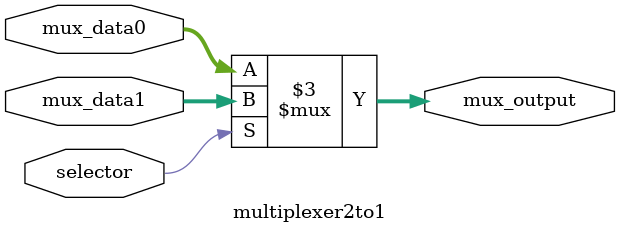
<source format=v>
/******************************************************************
* description
*	this is a  an 2to1 multiplexer that can be parameterized in its bit-width.
*	1.0
* author:
*	dr. josé luis pizano escalante
* email:
*	luispizano@iteso.mx
* date:
*	01/03/2014
******************************************************************/

module multiplexer2to1
#(
	parameter nbits=32
)
(
	input selector,
	input [nbits-1:0] mux_data0,
	input [nbits-1:0] mux_data1,
	
	output reg [nbits-1:0] mux_output

);

	always@(selector,mux_data1,mux_data0) begin
		if(selector)
			mux_output = mux_data1;
		else
			mux_output = mux_data0;
	end

endmodule
//mux21
</source>
